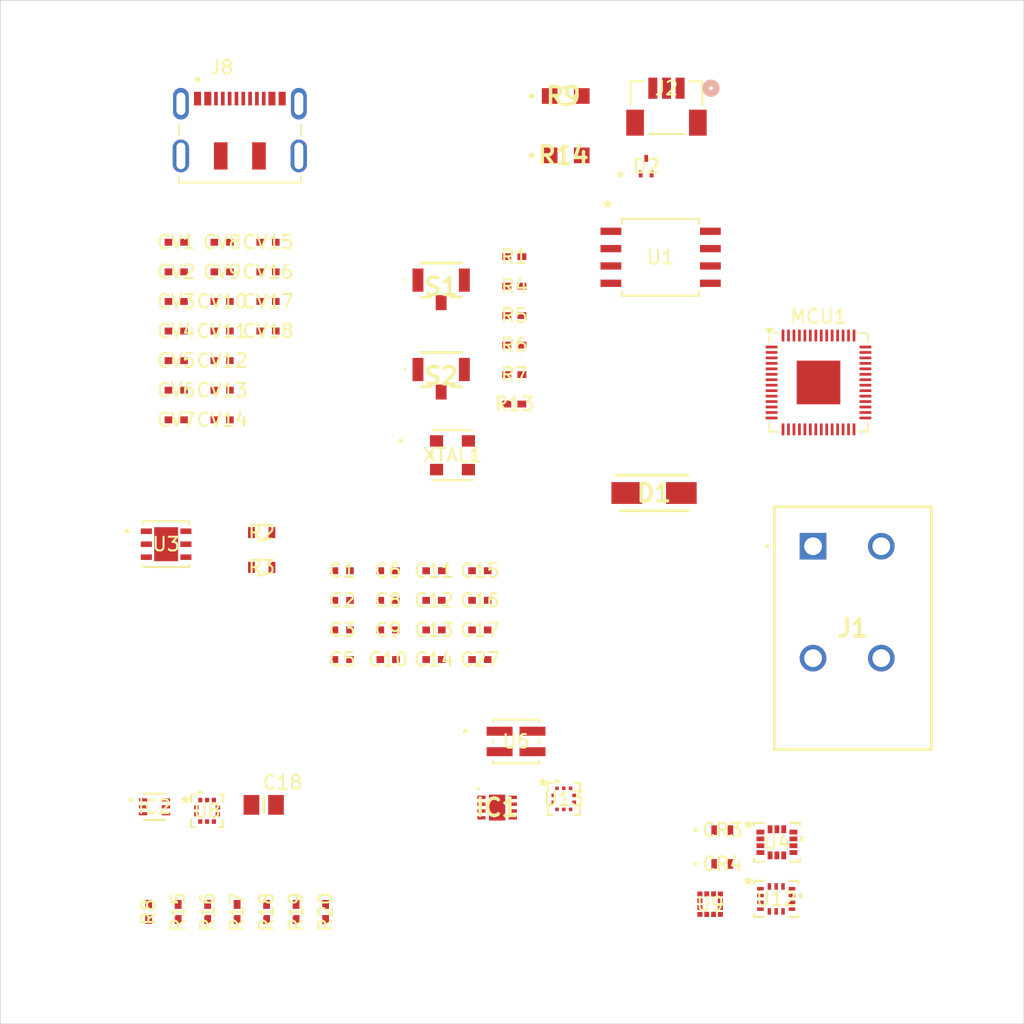
<source format=kicad_pcb>
(kicad_pcb (version 20240108) (generator "pcbnew") (generator_version "8.0")
  (layers (0 "F.Cu" signal) (1 "In1.Cu" signal) (2 "In2.Cu" signal) (31 "B.Cu" signal) (34 "B.Paste" user) (35 "F.Paste" user) (36 "B.SilkS" user "B.Silkscreen") (37 "F.SilkS" user "F.Silkscreen") (38 "B.Mask" user) (39 "F.Mask" user) (44 "Edge.Cuts" user))
  (net 0 "")
  (net 1 "/RP2040 Standard/GPIO28")
  (net 2 "/RP2040 Standard/GPIO27")
  (net 3 "/RP2040 Standard/GP0{slash}UART0 TX")
  (net 4 "/RP2040 Standard/GP26_ADC0")
  (net 5 "/SPI0_SCK")
  (net 6 "/IMU1 RDY1")
  (net 7 "/RP2040 Standard/MCU QSPI_SD2")
  (net 8 "/SDA I2C")
  (net 9 "/SPI0_MISO")
  (net 10 "/SPI0_MOSI")
  (net 11 "/RP2040 Standard/GP1{slash}UART0 RX")
  (net 12 "+3.3V")
  (net 13 "CRYSTAL")
  (net 14 "/IMU2 RDY")
  (net 15 "/RP2040 Standard/GP5{slash}UART1 RX")
  (net 16 "GND")
  (net 17 "/BAR1 SPI0_~{CS}")
  (net 18 "/RP2040 Standard/GP4{slash}UART1 TX")
  (net 19 "/BAR1_RDY")
  (net 20 "Net-(MCU1-SWCLK)")
  (net 21 "/RP2040 Standard/MCU QSPI_SD0")
  (net 22 "/SPI1_SCK")
  (net 23 "/SCL I2C")
  (net 24 "/SPI1_MOSI")
  (net 25 "/RP2040 Standard/MCU QSPI_SS")
  (net 26 "/RP2040 Standard/MCU QSPI_SD1")
  (net 27 "Net-(MCU1-VREG_VOUT)")
  (net 29 "/RP2040 Standard/MCU QSPI_SCLK")
  (net 30 "/IMU1 SPI0_~{CS}")
  (net 31 "Net-(IC1-ALERT)")
  (net 32 "/MAG SPI1_~{CS}")
  (net 33 "/IMU2 SPI1_~{CS}")
  (net 34 "/RP2040 Standard/MCU QSPI_SD3")
  (net 35 "Net-(MCU1-RUN)")
  (net 36 "Net-(IC2-E2)")
  (net 37 "/BAR2 RDY")
  (net 38 "/IMU1 RDY2")
  (net 39 "/BAR2 SPI1_~{CS}")
  (net 40 "Net-(MCU1-USB_DM)")
  (net 41 "Net-(MCU1-USB_DP)")
  (net 42 "/Status Red")
  (net 43 "/SPI1_MISO")
  (net 44 "/Status Green")
  (net 45 "/RP2040 Standard/GP3{slash}UART0 RTS")
  (net 46 "Net-(MCU1-SWD)")
  (net 47 "/RP2040 Standard/GP2{slash}UART0 CTS")
  (net 48 "+5V")
  (net 49 "Net-(IC2-E1)")
  (net 50 "Net-(D1-A)")
  (net 51 "Net-(J2-Pad1)")
  (net 52 "Net-(J2-Pad3)")
  (net 56 "/RP2040 Standard/USB_DM")
  (net 57 "/RP2040 Standard/USB_DP")
  (net 59 "Net-(U9-C1)")
  (net 66 "Net-(XTAL1-TRI-STATE(STBY))")
  (net 67 "Net-(J8-CC1)")
  (net 68 "Net-(J8-CC2)")
  (net 69 "/RP2040 Standard/~{RST}")
  (net 70 "/RP2040 Standard/~{USB_BOOT}")
  (net 74 "Net-(CR4-Pad1)")
  (net 75 "Net-(CR3-Pad1)")
  (net 84 "/Humidity ALERT")
  (net 85 "Net-(U6-A_Green)")
  (net 86 "Net-(U6-A_Red)")
  (footprint "Capacitor-0402:Capacitor_0402" (layer "F.Cu") (at 103.4122 76.1632)
    (property "Reference" "C8" (at 0 0 0) (layer "F.SilkS"))
    (property "Value" "100nF")
    (pad "1" smd rect (at -0.5715 0) (size 0.5588 0.508) (layers "F.Cu" "F.Paste" "F.Mask") (net 16 "GND"))
    (pad "2" smd rect (at 0.5715 0) (size 0.5588 0.508) (layers "F.Cu" "F.Paste" "F.Mask") (net 12 "+3.3V"))
  )
  (footprint "Package_DFN_QFN:QFN-56-1EP_7x7mm_P0.4mm_EP3.2x3.2mm" (layer "F.Cu") (at 134.95 60.2)
    (property "Reference" "MCU1" (at 0 -4.83 0) (layer "F.SilkS"))
    (property "Value" "RP2040")
    (pad "1" smd roundrect (at -3.4375 -2.6) (size 0.875 0.2) (layers "F.Cu" "F.Paste" "F.Mask") (net 12 "+3.3V"))
    (pad "2" smd roundrect (at -3.4375 -2.2) (size 0.875 0.2) (layers "F.Cu" "F.Paste" "F.Mask") (net 3 "/RP2040 Standard/GP0{slash}UART0 TX"))
    (pad "3" smd roundrect (at -3.4375 -1.8) (size 0.875 0.2) (layers "F.Cu" "F.Paste" "F.Mask") (net 11 "/RP2040 Standard/GP1{slash}UART0 RX"))
    (pad "4" smd roundrect (at -3.4375 -1.4) (size 0.875 0.2) (layers "F.Cu" "F.Paste" "F.Mask") (net 47 "/RP2040 Standard/GP2{slash}UART0 CTS"))
    (pad "5" smd roundrect (at -3.4375 -1) (size 0.875 0.2) (layers "F.Cu" "F.Paste" "F.Mask") (net 45 "/RP2040 Standard/GP3{slash}UART0 RTS"))
    (pad "6" smd roundrect (at -3.4375 -0.6) (size 0.875 0.2) (layers "F.Cu" "F.Paste" "F.Mask") (net 18 "/RP2040 Standard/GP4{slash}UART1 TX"))
    (pad "7" smd roundrect (at -3.4375 -0.2) (size 0.875 0.2) (layers "F.Cu" "F.Paste" "F.Mask") (net 15 "/RP2040 Standard/GP5{slash}UART1 RX"))
    (pad "8" smd roundrect (at -3.4375 0.2) (size 0.875 0.2) (layers "F.Cu" "F.Paste" "F.Mask") (net 37 "/BAR2 RDY"))
    (pad "9" smd roundrect (at -3.4375 0.6) (size 0.875 0.2) (layers "F.Cu" "F.Paste" "F.Mask") (net 14 "/IMU2 RDY"))
    (pad "10" smd roundrect (at -3.4375 1) (size 0.875 0.2) (layers "F.Cu" "F.Paste" "F.Mask") (net 12 "+3.3V"))
    (pad "11" smd roundrect (at -3.4375 1.4) (size 0.875 0.2) (layers "F.Cu" "F.Paste" "F.Mask") (net 43 "/SPI1_MISO"))
    (pad "12" smd roundrect (at -3.4375 1.8) (size 0.875 0.2) (layers "F.Cu" "F.Paste" "F.Mask") (net 39 "/BAR2 SPI1_~{CS}"))
    (pad "13" smd roundrect (at -3.4375 2.2) (size 0.875 0.2) (layers "F.Cu" "F.Paste" "F.Mask") (net 22 "/SPI1_SCK"))
    (pad "14" smd roundrect (at -3.4375 2.6) (size 0.875 0.2) (layers "F.Cu" "F.Paste" "F.Mask") (net 24 "/SPI1_MOSI"))
    (pad "15" smd roundrect (at -2.6 3.4375) (size 0.2 0.875) (layers "F.Cu" "F.Paste" "F.Mask") (net 84 "/Humidity ALERT"))
    (pad "16" smd roundrect (at -2.2 3.4375) (size 0.2 0.875) (layers "F.Cu" "F.Paste" "F.Mask") (net 32 "/MAG SPI1_~{CS}"))
    (pad "17" smd roundrect (at -1.8 3.4375) (size 0.2 0.875) (layers "F.Cu" "F.Paste" "F.Mask") (net 8 "/SDA I2C"))
    (pad "18" smd roundrect (at -1.4 3.4375) (size 0.2 0.875) (layers "F.Cu" "F.Paste" "F.Mask") (net 23 "/SCL I2C"))
    (pad "19" smd roundrect (at -1 3.4375) (size 0.2 0.875) (layers "F.Cu" "F.Paste" "F.Mask") (net 16 "GND"))
    (pad "20" smd roundrect (at -0.6 3.4375) (size 0.2 0.875) (layers "F.Cu" "F.Paste" "F.Mask") (net 13 "CRYSTAL"))
    (pad "21" smd roundrect (at -0.2 3.4375) (size 0.2 0.875) (layers "F.Cu" "F.Paste" "F.Mask"))
    (pad "22" smd roundrect (at 0.2 3.4375) (size 0.2 0.875) (layers "F.Cu" "F.Paste" "F.Mask") (net 12 "+3.3V"))
    (pad "23" smd roundrect (at 0.6 3.4375) (size 0.2 0.875) (layers "F.Cu" "F.Paste" "F.Mask") (net 27 "Net-(MCU1-VREG_VOUT)"))
    (pad "24" smd roundrect (at 1 3.4375) (size 0.2 0.875) (layers "F.Cu" "F.Paste" "F.Mask") (net 20 "Net-(MCU1-SWCLK)"))
    (pad "25" smd roundrect (at 1.4 3.4375) (size 0.2 0.875) (layers "F.Cu" "F.Paste" "F.Mask") (net 46 "Net-(MCU1-SWD)"))
    (pad "26" smd roundrect (at 1.8 3.4375) (size 0.2 0.875) (layers "F.Cu" "F.Paste" "F.Mask") (net 35 "Net-(MCU1-RUN)"))
    (pad "27" smd roundrect (at 2.2 3.4375) (size 0.2 0.875) (layers "F.Cu" "F.Paste" "F.Mask") (net 9 "/SPI0_MISO"))
    (pad "28" smd roundrect (at 2.6 3.4375) (size 0.2 0.875) (layers "F.Cu" "F.Paste" "F.Mask") (net 30 "/IMU1 SPI0_~{CS}"))
    (pad "29" smd roundrect (at 3.4375 2.6) (size 0.875 0.2) (layers "F.Cu" "F.Paste" "F.Mask") (net 5 "/SPI0_SCK"))
    (pad "30" smd roundrect (at 3.4375 2.2) (size 0.875 0.2) (layers "F.Cu" "F.Paste" "F.Mask") (net 10 "/SPI0_MOSI"))
    (pad "31" smd roundrect (at 3.4375 1.8) (size 0.875 0.2) (layers "F.Cu" "F.Paste" "F.Mask") (net 38 "/IMU1 RDY2"))
    (pad "32" smd roundrect (at 3.4375 1.4) (size 0.875 0.2) (layers "F.Cu" "F.Paste" "F.Mask") (net 17 "/BAR1 SPI0_~{CS}"))
    (pad "33" smd roundrect (at 3.4375 1) (size 0.875 0.2) (layers "F.Cu" "F.Paste" "F.Mask") (net 12 "+3.3V"))
    (pad "34" smd roundrect (at 3.4375 0.6) (size 0.875 0.2) (layers "F.Cu" "F.Paste" "F.Mask") (net 6 "/IMU1 RDY1"))
    (pad "35" smd roundrect (at 3.4375 0.2) (size 0.875 0.2) (layers "F.Cu" "F.Paste" "F.Mask") (net 19 "/BAR1_RDY"))
    (pad "36" smd roundrect (at 3.4375 -0.2) (size 0.875 0.2) (layers "F.Cu" "F.Paste" "F.Mask") (net 44 "/Status Green"))
    (pad "37" smd roundrect (at 3.4375 -0.6) (size 0.875 0.2) (layers "F.Cu" "F.Paste" "F.Mask") (net 42 "/Status Red"))
    (pad "38" smd roundrect (at 3.4375 -1) (size 0.875 0.2) (layers "F.Cu" "F.Paste" "F.Mask") (net 4 "/RP2040 Standard/GP26_ADC0"))
    (pad "39" smd roundrect (at 3.4375 -1.4) (size 0.875 0.2) (layers "F.Cu" "F.Paste" "F.Mask") (net 2 "/RP2040 Standard/GPIO27"))
    (pad "40" smd roundrect (at 3.4375 -1.8) (size 0.875 0.2) (layers "F.Cu" "F.Paste" "F.Mask") (net 1 "/RP2040 Standard/GPIO28"))
    (pad "41" smd roundrect (at 3.4375 -2.2) (size 0.875 0.2) (layers "F.Cu" "F.Paste" "F.Mask") (net 33 "/IMU2 SPI1_~{CS}"))
    (pad "42" smd roundrect (at 3.4375 -2.6) (size 0.875 0.2) (layers "F.Cu" "F.Paste" "F.Mask") (net 12 "+3.3V"))
    (pad "43" smd roundrect (at 2.6 -3.4375) (size 0.2 0.875) (layers "F.Cu" "F.Paste" "F.Mask") (net 12 "+3.3V"))
    (pad "44" smd roundrect (at 2.2 -3.4375) (size 0.2 0.875) (layers "F.Cu" "F.Paste" "F.Mask") (net 12 "+3.3V"))
    (pad "45" smd roundrect (at 1.8 -3.4375) (size 0.2 0.875) (layers "F.Cu" "F.Paste" "F.Mask") (net 27 "Net-(MCU1-VREG_VOUT)"))
    (pad "46" smd roundrect (at 1.4 -3.4375) (size 0.2 0.875) (layers "F.Cu" "F.Paste" "F.Mask") (net 40 "Net-(MCU1-USB_DM)"))
    (pad "47" smd roundrect (at 1 -3.4375) (size 0.2 0.875) (layers "F.Cu" "F.Paste" "F.Mask") (net 41 "Net-(MCU1-USB_DP)"))
    (pad "48" smd roundrect (at 0.6 -3.4375) (size 0.2 0.875) (layers "F.Cu" "F.Paste" "F.Mask") (net 12 "+3.3V"))
    (pad "49" smd roundrect (at 0.2 -3.4375) (size 0.2 0.875) (layers "F.Cu" "F.Paste" "F.Mask") (net 12 "+3.3V"))
    (pad "50" smd roundrect (at -0.2 -3.4375) (size 0.2 0.875) (layers "F.Cu" "F.Paste" "F.Mask") (net 27 "Net-(MCU1-VREG_VOUT)"))
    (pad "51" smd roundrect (at -0.6 -3.4375) (size 0.2 0.875) (layers "F.Cu" "F.Paste" "F.Mask") (net 34 "/RP2040 Standard/MCU QSPI_SD3"))
    (pad "52" smd roundrect (at -1 -3.4375) (size 0.2 0.875) (layers "F.Cu" "F.Paste" "F.Mask") (net 29 "/RP2040 Standard/MCU QSPI_SCLK"))
    (pad "53" smd roundrect (at -1.4 -3.4375) (size 0.2 0.875) (layers "F.Cu" "F.Paste" "F.Mask") (net 21 "/RP2040 Standard/MCU QSPI_SD0"))
    (pad "54" smd roundrect (at -1.8 -3.4375) (size 0.2 0.875) (layers "F.Cu" "F.Paste" "F.Mask") (net 7 "/RP2040 Standard/MCU QSPI_SD2"))
    (pad "55" smd roundrect (at -2.2 -3.4375) (size 0.2 0.875) (layers "F.Cu" "F.Paste" "F.Mask") (net 26 "/RP2040 Standard/MCU QSPI_SD1"))
    (pad "56" smd roundrect (at -2.6 -3.4375) (size 0.2 0.875) (layers "F.Cu" "F.Paste" "F.Mask") (net 25 "/RP2040 Standard/MCU QSPI_SS"))
    (pad "57" smd rect (at 0 0) (size 3.2 3.2) (property pad_prop_heatsink) (layers "F.Cu" "F.Mask") (net 16 "GND"))
  )
  (footprint "Capacitor-0402:Capacitor_0402" (layer "F.Cu") (at 94.6122 56.4316)
    (property "Reference" "CV18" (at 0 0 0) (layer "F.SilkS"))
    (property "Value" "100nF")
    (pad "1" smd rect (at -0.5715 0) (size 0.5588 0.508) (layers "F.Cu" "F.Paste" "F.Mask") (net 12 "+3.3V"))
    (pad "2" smd rect (at 0.5715 0) (size 0.5588 0.508) (layers "F.Cu" "F.Paste" "F.Mask") (net 16 "GND"))
  )
  (footprint "Resistor-0402:RES_0402" (layer "F.Cu") (at 112.660799 61.7822)
    (property "Reference" "R13" (at 0 0 0) (layer "F.SilkS"))
    (property "Value" "1k")
    (pad "1" smd rect (at -0.552799 0) (size 0.655599 0.499999) (layers "F.Cu" "F.Paste" "F.Mask") (net 70 "/RP2040 Standard/~{USB_BOOT}"))
    (pad "2" smd rect (at 0.552799 0) (size 0.655599 0.499999) (layers "F.Cu" "F.Paste" "F.Mask") (net 25 "/RP2040 Standard/MCU QSPI_SS"))
  )
  (footprint "2 PNP:SOT-563_1P3X1P7_ONS" (layer "F.Cu") (at 86.2946 91.2934)
    (property "Reference" "IC2" (at 0 0 0) (layer "F.SilkS"))
    (property "Value" "NSVT30010MXV6T1G")
    (pad "1" smd rect (at -0.8382 -0.508) (size 0.6096 0.2286) (layers "F.Cu" "F.Paste" "F.Mask") (net 36 "Net-(IC2-E2)"))
    (pad "2" smd rect (at -0.8382 0) (size 0.6096 0.2286) (layers "F.Cu" "F.Paste" "F.Mask") (net 44 "/Status Green"))
    (pad "3" smd rect (at -0.8382 0.508) (size 0.6096 0.2286) (layers "F.Cu" "F.Paste" "F.Mask") (net 16 "GND"))
    (pad "4" smd rect (at 0.8382 0.508) (size 0.6096 0.2286) (layers "F.Cu" "F.Paste" "F.Mask") (net 49 "Net-(IC2-E1)"))
    (pad "5" smd rect (at 0.8382 0) (size 0.6096 0.2286) (layers "F.Cu" "F.Paste" "F.Mask") (net 42 "/Status Red"))
    (pad "6" smd rect (at 0.8382 -0.508) (size 0.6096 0.2286) (layers "F.Cu" "F.Paste" "F.Mask") (net 16 "GND"))
  )
  (footprint "LED-Yellow_VLMY1300-GS08:LED_VISHAY_VLMX1300_VIS" (layer "F.Cu") (at 127.899399 93.0047)
    (property "Reference" "CR3" (at 0 0 0) (layer "F.SilkS"))
    (property "Value" "VLMY1300-GS08")
    (pad "1" smd rect (at -0.5969 0) (size 0.4064 0.7112) (layers "F.Cu" "F.Paste" "F.Mask") (net 75 "Net-(CR3-Pad1)"))
    (pad "2" smd rect (at 0.5969 0) (size 0.4064 0.7112) (layers "F.Cu" "F.Paste" "F.Mask") (net 48 "+5V"))
  )
  (footprint "Capacitor-0402:Capacitor_0402" (layer "F.Cu") (at 91.25 56.4316)
    (property "Reference" "CV11" (at 0 0 0) (layer "F.SilkS"))
    (property "Value" "100nF")
    (pad "1" smd rect (at -0.5715 0) (size 0.5588 0.508) (layers "F.Cu" "F.Paste" "F.Mask") (net 12 "+3.3V"))
    (pad "2" smd rect (at 0.5715 0) (size 0.5588 0.508) (layers "F.Cu" "F.Paste" "F.Mask") (net 16 "GND"))
  )
  (footprint "ESD7L5-Diode:SOT-723_0P85X1P25_ONS" (layer "F.Cu") (at 122.3215 44.35)
    (property "Reference" "U2" (at 0 0 0) (layer "F.SilkS"))
    (property "Value" "ESD7L5.0DT5G")
    (pad "1" smd rect (at -0.399999 0.5715) (size 0.2794 0.508) (layers "F.Cu" "F.Paste" "F.Mask") (net 56 "/RP2040 Standard/USB_DM"))
    (pad "2" smd rect (at 0.399999 0.5715) (size 0.2794 0.508) (layers "F.Cu" "F.Paste" "F.Mask") (net 57 "/RP2040 Standard/USB_DP"))
    (pad "3" smd rect (at 0 -0.5715) (size 0.2794 0.508) (layers "F.Cu" "F.Paste" "F.Mask") (net 16 "GND"))
  )
  (footprint "Resistor-0402:RES_0402" (layer "F.Cu") (at 112.660799 53.1406)
    (property "Reference" "R4" (at 0 0 0) (layer "F.SilkS"))
    (property "Value" "100")
    (pad "1" smd rect (at -0.552799 0) (size 0.655599 0.499999) (layers "F.Cu" "F.Paste" "F.Mask") (net 51 "Net-(J2-Pad1)"))
    (pad "2" smd rect (at 0.552799 0) (size 0.655599 0.499999) (layers "F.Cu" "F.Paste" "F.Mask") (net 20 "Net-(MCU1-SWCLK)"))
  )
  (footprint "Capacitor-0402:Capacitor_0402" (layer "F.Cu") (at 94.6122 54.2632)
    (property "Reference" "CV17" (at 0 0 0) (layer "F.SilkS"))
    (property "Value" "1uF")
    (pad "1" smd rect (at -0.5715 0) (size 0.5588 0.508) (layers "F.Cu" "F.Paste" "F.Mask") (net 16 "GND"))
    (pad "2" smd rect (at 0.5715 0) (size 0.5588 0.508) (layers "F.Cu" "F.Paste" "F.Mask") (net 48 "+5V"))
  )
  (footprint "AS12MHz:ASE-3.2X2.5_ABR" (layer "F.Cu") (at 108.1296 65.532)
    (property "Reference" "XTAL1" (at 0 0 0) (layer "F.SilkS"))
    (property "Value" "ASE-12.000MHZ-LC-T")
    (pad "1" smd rect (at -1.1684 -1.05) (size 0.9652 0.8382) (layers "F.Cu" "F.Paste" "F.Mask") (net 66 "Net-(XTAL1-TRI-STATE(STBY))"))
    (pad "2" smd rect (at -1.1684 1.05) (size 0.9652 0.8382) (layers "F.Cu" "F.Paste" "F.Mask") (net 16 "GND"))
    (pad "3" smd rect (at 1.1684 1.05) (size 0.9652 0.8382) (layers "F.Cu" "F.Paste" "F.Mask") (net 13 "CRYSTAL"))
    (pad "4" smd rect (at 1.1684 -1.05) (size 0.9652 0.8382) (layers "F.Cu" "F.Paste" "F.Mask") (net 12 "+3.3V"))
  )
  (footprint "Capacitor-0402:Capacitor_0402" (layer "F.Cu") (at 103.4122 80.5)
    (property "Reference" "C10" (at 0 0 0) (layer "F.SilkS"))
    (property "Value" "100nF")
    (pad "1" smd rect (at -0.5715 0) (size 0.5588 0.508) (layers "F.Cu" "F.Paste" "F.Mask") (net 12 "+3.3V"))
    (pad "2" smd rect (at 0.5715 0) (size 0.5588 0.508) (layers "F.Cu" "F.Paste" "F.Mask") (net 16 "GND"))
  )
  (footprint "LED-Yellow_VLMY1300-GS08:LED_VISHAY_VLMX1300_VIS" (layer "F.Cu") (at 127.899399 95.4779)
    (property "Reference" "CR4" (at 0 0 0) (layer "F.SilkS"))
    (property "Value" "VLMY1300-GS08")
    (pad "1" smd rect (at -0.5969 0) (size 0.4064 0.7112) (layers "F.Cu" "F.Paste" "F.Mask") (net 74 "Net-(CR4-Pad1)"))
    (pad "2" smd rect (at 0.5969 0) (size 0.4064 0.7112) (layers "F.Cu" "F.Paste" "F.Mask") (net 12 "+3.3V"))
  )
  (footprint "Capacitor-0402:Capacitor_0402" (layer "F.Cu") (at 87.8878 58.6)
    (property "Reference" "CV5" (at 0 0 0) (layer "F.SilkS"))
    (property "Value" "100nF")
    (pad "1" smd rect (at -0.5715 0) (size 0.5588 0.508) (layers "F.Cu" "F.Paste" "F.Mask") (net 12 "+3.3V"))
    (pad "2" smd rect (at 0.5715 0) (size 0.5588 0.508) (layers "F.Cu" "F.Paste" "F.Mask") (net 16 "GND"))
  )
  (footprint "BARO LPS22DFTR:QFN_22DFTR_STM" (layer "F.Cu") (at 90.1493 91.5855)
    (property "Reference" "U8" (at 0 0 0) (layer "F.SilkS"))
    (property "Value" "LPS22DFTR")
    (fp_text user "*" (at -1.5875 -0.500126 0) (layer "F.SilkS"))
    (fp_text user "*" (at -1.5875 -0.500126 0) (layer "F.SilkS"))
    (pad "1" smd rect (at -0.7874 -0.250063 90) (size 0.3048 0.3302) (layers "F.Cu" "F.Paste" "F.Mask") (net 12 "+3.3V"))
    (pad "2" smd rect (at -0.7874 0.250063 90) (size 0.3048 0.3302) (layers "F.Cu" "F.Paste" "F.Mask") (net 5 "/SPI0_SCK"))
    (pad "3" smd rect (at -0.500126 0.7874) (size 0.3048 0.3302) (layers "F.Cu" "F.Paste" "F.Mask") (net 16 "GND"))
    (pad "4" smd rect (at 0 0.7874) (size 0.3048 0.3302) (layers "F.Cu" "F.Paste" "F.Mask") (net 10 "/SPI0_MOSI"))
    (pad "5" smd rect (at 0.500126 0.7874) (size 0.3048 0.3302) (layers "F.Cu" "F.Paste" "F.Mask") (net 9 "/SPI0_MISO"))
    (pad "6" smd rect (at 0.7874 0.250063 90) (size 0.3048 0.3302) (layers "F.Cu" "F.Paste" "F.Mask") (net 17 "/BAR1 SPI0_~{CS}"))
    (pad "7" smd rect (at 0.7874 -0.250063 90) (size 0.3048 0.3302) (layers "F.Cu" "F.Paste" "F.Mask") (net 19 "/BAR1_RDY"))
    (pad "8" smd rect (at 0.500126 -0.7874) (size 0.3048 0.3302) (layers "F.Cu" "F.Paste" "F.Mask") (net 16 "GND"))
    (pad "9" smd rect (at 0 -0.7874) (size 0.3048 0.3302) (layers "F.Cu" "F.Paste" "F.Mask") (net 16 "GND"))
    (pad "10" smd rect (at -0.500126 -0.7874) (size 0.3048 0.3302) (layers "F.Cu" "F.Paste" "F.Mask") (net 12 "+3.3V"))
  )
  (footprint "Resistor-0402:RES_0402" (layer "F.Cu") (at 112.660799 59.6218)
    (property "Reference" "R7" (at 0 0 0) (layer "F.SilkS"))
    (property "Value" "10k")
    (pad "1" smd rect (at -0.552799 0) (size 0.655599 0.499999) (layers "F.Cu" "F.Paste" "F.Mask") (net 66 "Net-(XTAL1-TRI-STATE(STBY))"))
    (pad "2" smd rect (at 0.552799 0) (size 0.655599 0.499999) (layers "F.Cu" "F.Paste" "F.Mask") (net 12 "+3.3V"))
  )
  (footprint "Capacitor-0402:Capacitor_0402" (layer "F.Cu") (at 106.7744 78.3316)
    (property "Reference" "C13" (at 0 0 0) (layer "F.SilkS"))
    (property "Value" "100nF")
    (pad "1" smd rect (at -0.5715 0) (size 0.5588 0.508) (layers "F.Cu" "F.Paste" "F.Mask") (net 16 "GND"))
    (pad "2" smd rect (at 0.5715 0) (size 0.5588 0.508) (layers "F.Cu" "F.Paste" "F.Mask") (net 12 "+3.3V"))
  )
  (footprint "Capacitor-0402:Capacitor_0402" (layer "F.Cu") (at 87.8878 54.2632)
    (property "Reference" "CV3" (at 0 0 0) (layer "F.SilkS"))
    (property "Value" "1uF")
    (pad "1" smd rect (at -0.5715 0) (size 0.5588 0.508) (layers "F.Cu" "F.Paste" "F.Mask") (net 27 "Net-(MCU1-VREG_VOUT)"))
    (pad "2" smd rect (at 0.5715 0) (size 0.5588 0.508) (layers "F.Cu" "F.Paste" "F.Mask") (net 16 "GND"))
  )
  (footprint "Capacitor-0402:Capacitor_0402" (layer "F.Cu") (at 103.4122 73.9948)
    (property "Reference" "C6" (at 0 0 0) (layer "F.SilkS"))
    (property "Value" "100nF")
    (pad "1" smd rect (at -0.5715 0) (size 0.5588 0.508) (layers "F.Cu" "F.Paste" "F.Mask") (net 12 "+3.3V"))
    (pad "2" smd rect (at 0.5715 0) (size 0.5588 0.508) (layers "F.Cu" "F.Paste" "F.Mask") (net 16 "GND"))
  )
  (footprint "Capacitor-0402:Capacitor_0402" (layer "F.Cu") (at 87.8878 52.0948)
    (property "Reference" "CV2" (at 0 0 0) (layer "F.SilkS"))
    (property "Value" "100nF")
    (pad "1" smd rect (at -0.5715 0) (size 0.5588 0.508) (layers "F.Cu" "F.Paste" "F.Mask") (net 16 "GND"))
    (pad "2" smd rect (at 0.5715 0) (size 0.5588 0.508) (layers "F.Cu" "F.Paste" "F.Mask") (net 27 "Net-(MCU1-VREG_VOUT)"))
  )
  (footprint "LDO ST1L05A:DFN_5APU33R_STM" (layer "F.Cu") (at 87.1478 72.049999)
    (property "Reference" "U3" (at 0 0 0) (layer "F.SilkS"))
    (property "Value" "ST1L05APU33R")
    (pad "1" smd rect (at -1.4478 -0.950001) (size 0.8128 0.4064) (layers "F.Cu" "F.Paste" "F.Mask"))
    (pad "2" smd rect (at -1.4478 0) (size 0.8128 0.4064) (layers "F.Cu" "F.Paste" "F.Mask") (net 12 "+3.3V"))
    (pad "3" smd rect (at -1.4478 0.950001) (size 0.8128 0.4064) (layers "F.Cu" "F.Paste" "F.Mask") (net 48 "+5V"))
    (pad "4" smd rect (at 1.4478 0.950001) (size 0.8128 0.4064) (layers "F.Cu" "F.Paste" "F.Mask"))
    (pad "5" smd rect (at 1.4478 0) (size 0.8128 0.4064) (layers "F.Cu" "F.Paste" "F.Mask"))
    (pad "6" smd rect (at 1.4478 -0.950001) (size 0.8128 0.4064) (layers "F.Cu" "F.Paste" "F.Mask") (net 16 "GND"))
    (pad "7" smd rect (at 0 0) (size 1.7526 2.4892) (layers "F.Cu" "F.Paste" "F.Mask") (net 16 "GND"))
  )
  (footprint "LPT Conn 2 Entradas:1190297" (layer "F.Cu") (at 134.55 72.2)
    (property "Reference" "J1" (at 2.92 6 0) (layer "F.SilkS") (effects (font (size 1.27 1.27) (thickness 0.254))))
    (property "Value" "1190297" (hide yes))
    (pad "1" thru_hole rect (at 0 0) (size 1.95 1.95) (drill 1.3) (layers "*.Cu" "*.Mask") (net 16 "GND"))
    (pad "2" thru_hole circle (at 0 8.2) (size 1.95 1.95) (drill 1.3) (layers "*.Cu" "*.Mask") (net 16 "GND"))
    (pad "3" thru_hole circle (at 5 0) (size 1.95 1.95) (drill 1.3) (layers "*.Cu" "*.Mask") (net 48 "+5V"))
    (pad "4" thru_hole circle (at 5 8.2) (size 1.95 1.95) (drill 1.3) (layers "*.Cu" "*.Mask") (net 48 "+5V"))
  )
  (footprint "Capacitor-0402:Capacitor_0402" (layer "F.Cu") (at 110.1366 76.1632)
    (property "Reference" "C16" (at 0 0 0) (layer "F.SilkS"))
    (property "Value" "100nF")
    (pad "1" smd rect (at -0.5715 0) (size 0.5588 0.508) (layers "F.Cu" "F.Paste" "F.Mask") (net 12 "+3.3V"))
    (pad "2" smd rect (at 0.5715 0) (size 0.5588 0.508) (layers "F.Cu" "F.Paste" "F.Mask") (net 16 "GND"))
  )
  (footprint "Resistor-0603:RES_0603" (layer "F.Cu") (at 94.15 73.7494)
    (property "Reference" "R3" (at 0 0 0) (layer "F.SilkS"))
    (property "Value" "27")
    (pad "1" smd rect (at -0.75 0) (size 0.5 0.8128) (layers "F.Cu" "F.Paste" "F.Mask") (net 56 "/RP2040 Standard/USB_DM"))
    (pad "2" smd rect (at 0.75 0) (size 0.5 0.8128) (layers "F.Cu" "F.Paste" "F.Mask") (net 40 "Net-(MCU1-USB_DM)"))
  )
  (footprint "Resistor-0402:RES_0402" (layer "F.Cu") (at 90.1896 98.997201 90)
    (property "Reference" "R16" (at 0 0 90) (layer "F.SilkS"))
    (property "Value" "150")
    (pad "1" smd rect (at -0.552799 0 90) (size 0.655599 0.499999) (layers "F.Cu" "F.Paste" "F.Mask") (net 16 "GND"))
    (pad "2" smd rect (at 0.552799 0 90) (size 0.655599 0.499999) (layers "F.Cu" "F.Paste" "F.Mask") (net 75 "Net-(CR3-Pad1)"))
  )
  (footprint "Capacitor-0402:Capacitor_0402" (layer "F.Cu") (at 91.25 60.7684)
    (property "Reference" "CV13" (at 0 0 0) (layer "F.SilkS"))
    (property "Value" "1uF")
    (pad "1" smd rect (at -0.5715 0) (size 0.5588 0.508) (layers "F.Cu" "F.Paste" "F.Mask") (net 12 "+3.3V"))
    (pad "2" smd rect (at 0.5715 0) (size 0.5588 0.508) (layers "F.Cu" "F.Paste" "F.Mask") (net 16 "GND"))
  )
  (footprint "HDC3022QDEJRQ1:HDC3022QDEJRQ1" (layer "F.Cu") (at 111.4 91.35)
    (property "Reference" "IC1" (at 0 0 0) (layer "F.SilkS") (effects (font (size 1.27 1.27) (thickness 0.254))))
    (property "Value" "HDC3022QDEJRQ1" (hide yes))
    (pad "1" smd rect (at -1.15 -0.75 90) (size 0.25 0.6) (layers "F.Cu" "F.Paste" "F.Mask") (net 23 "/SCL I2C"))
    (pad "2" smd rect (at -1.15 -0.25 90) (size 0.25 0.6) (layers "F.Cu" "F.Paste" "F.Mask") (net 16 "GND"))
    (pad "3" smd rect (at -1.15 0.25 90) (size 0.25 0.6) (layers "F.Cu" "F.Paste" "F.Mask") (net 31 "Net-(IC1-ALERT)"))
    (pad "4" smd rect (at -1.15 0.75 90) (size 0.25 0.6) (layers "F.Cu" "F.Paste" "F.Mask") (net 8 "/SDA I2C"))
    (pad "5" smd rect (at 1.15 0.75 90) (size 0.25 0.6) (layers "F.Cu" "F.Paste" "F.Mask") (net 12 "+3.3V"))
    (pad "6" smd rect (at 1.15 0.25 90) (size 0.25 0.6) (layers "F.Cu" "F.Paste" "F.Mask") (net 12 "+3.3V"))
    (pad "7" smd rect (at 1.15 -0.25 90) (size 0.25 0.6) (layers "F.Cu" "F.Paste" "F.Mask") (net 16 "GND"))
    (pad "8" smd rect (at 1.15 -0.75 90) (size 0.25 0.6) (layers "F.Cu" "F.Paste" "F.Mask") (net 16 "GND"))
    (pad "9" smd rect (at 0 0) (size 1.2 1.9) (layers "F.Cu" "F.Paste" "F.Mask") (net 16 "GND"))
  )
  (footprint "Capacitor-0402:Capacitor_0402" (layer "F.Cu") (at 94.6122 52.0948)
    (property "Reference" "CV16" (at 0 0 0) (layer "F.SilkS"))
    (property "Value" "4.7uF")
    (pad "1" smd rect (at -0.5715 0) (size 0.5588 0.508) (layers "F.Cu" "F.Paste" "F.Mask") (net 16 "GND"))
    (pad "2" smd rect (at 0.5715 0) (size 0.5588 0.508) (layers "F.Cu" "F.Paste" "F.Mask") (net 12 "+3.3V"))
  )
  (footprint "Diode-Schottky_RSX301L:DIOM5026X220N" (layer "F.Cu") (at 122.9 68.3)
    (property "Reference" "D1" (at 0 0 0) (layer "F.SilkS") (effects (font (size 1.27 1.27) (thickness 0.254))))
    (property "Value" "RSX301L" (hide yes))
    (pad "1" smd rect (at -2 0 90) (size 1.6 2.25) (layers "F.Cu" "F.Paste" "F.Mask") (net 48 "+5V"))
    (pad "2" smd rect (at 2 0 90) (size 1.6 2.25) (layers "F.Cu" "F.Paste" "F.Mask") (net 50 "Net-(D1-A)"))
  )
  (footprint "Resistor-0402:RES_0402" (layer "F.Cu") (at 85.8688 98.997201 90)
    (property "Reference" "R8" (at 0 0 90) (layer "F.SilkS"))
    (property "Value" "100")
    (pad "1" smd rect (at -0.552799 0 90) (size 0.655599 0.499999) (layers "F.Cu" "F.Paste" "F.Mask") (net 85 "Net-(U6-A_Green)"))
    (pad "2" smd rect (at 0.552799 0 90) (size 0.655599 0.499999) (layers "F.Cu" "F.Paste" "F.Mask") (net 36 "Net-(IC2-E2)"))
  )
  (footprint "Capacitor-0805:Capacitor_0805" (layer "F.Cu") (at 94.3 91.15)
    (property "Reference" "C18" (at 1.375 -1.635 0) (layer "F.SilkS"))
    (property "Value" "10uF")
    (pad "1" smd rect (at -0.9 0) (size 1.15 1.45) (layers "F.Cu" "F.Paste" "F.Mask") (net 12 "+3.3V"))
    (pad "2" smd rect (at 0.9 0) (size 1.15 1.45) (layers "F.Cu" "F.Paste" "F.Mask") (net 16 "GND"))
  )
  (footprint "IMU BMI323:BMI323_BOS" (layer "F.Cu") (at 131.849999 98.0421)
    (property "Reference" "U12" (at 0 0 0) (layer "F.SilkS"))
    (property "Value" "BMI323")
    (fp_text user "*" (at -2.032 -1 0) (layer "F.SilkS"))
    (fp_text user "*" (at -2.032 -1 0) (layer "F.SilkS"))
    (pad "1" smd rect (at -1.1557 -0.750001 90) (size 0.254 0.4826) (layers "F.Cu" "F.Paste" "F.Mask") (net 9 "/SPI0_MISO"))
    (pad "2" smd rect (at -1.1557 -0.25 90) (size 0.254 0.4826) (layers "F.Cu" "F.Paste" "F.Mask"))
    (pad "3" smd rect (at -1.1557 0.25 90) (size 0.254 0.4826) (layers "F.Cu" "F.Paste" "F.Mask"))
    (pad "4" smd rect (at -1.1557 0.750001 90) (size 0.254 0.4826) (layers "F.Cu" "F.Paste" "F.Mask") (net 6 "/IMU1 RDY1"))
    (pad "5" smd rect (at -0.499999 0.9144) (size 0.254 0.4826) (layers "F.Cu" "F.Paste" "F.Mask") (net 12 "+3.3V"))
    (pad "6" smd rect (at 0 0.9144) (size 0.254 0.4826) (layers "F.Cu" "F.Paste" "F.Mask") (net 16 "GND"))
    (pad "7" smd rect (at 0.499999 0.9144) (size 0.254 0.4826) (layers "F.Cu" "F.Paste" "F.Mask") (net 16 "GND"))
    (pad "8" smd rect (at 1.1557 0.750001 90) (size 0.254 0.4826) (layers "F.Cu" "F.Paste" "F.Mask") (net 12 "+3.3V"))
    (pad "9" smd rect (at 1.1557 0.25 90) (size 0.254 0.4826) (layers "F.Cu" "F.Paste" "F.Mask") (net 38 "/IMU1 RDY2"))
    (pad "10" smd rect (at 1.1557 -0.25 90) (size 0.254 0.4826) (layers "F.Cu" "F.Paste" "F.Mask"))
    (pad "11" smd rect (at 1.1557 -0.750001 90) (size 0.254 0.4826) (layers "F.Cu" "F.Paste" "F.Mask"))
    (pad "12" smd rect (at 0.499999 -0.9144) (size 0.254 0.4826) (layers "F.Cu" "F.Paste" "F.Mask") (net 30 "/IMU1 SPI0_~{CS}"))
    (pad "13" smd rect (at 0 -0.9144) (size 0.254 0.4826) (layers "F.Cu" "F.Paste" "F.Mask") (net 5 "/SPI0_SCK"))
    (pad "14" smd rect (at -0.499999 -0.9144) (size 0.254 0.4826) (layers "F.Cu" "F.Paste" "F.Mask") (net 10 "/SPI0_MOSI"))
  )
  (footprint "USBC-DX07S016JA1:JAE_DX07S016JA1R1500" (layer "F.Cu") (at 92.55 40.5)
    (property "Reference" "J8" (at -1.325 -3.385 0) (layer "F.SilkS"))
    (property "Value" "DX07S016JA1R1500")
    (fp_line (start 2.875 -0.315) (end 3.125 -0.315) (stroke (width 0.01)) (layer "Edge.Cuts"))
    (fp_line (start 3.125 0.315) (end 2.875 0.315) (stroke (width 0.01)) (layer "Edge.Cuts"))
    (fp_arc (start 2.56 0) (mid 2.652261 -0.222739) (end 2.875 -0.315) (stroke (width 0.01)) (layer "Edge.Cuts"))
    (fp_arc (start 2.875 0.315) (mid 2.652261 0.222739) (end 2.56 0) (stroke (width 0.01)) (layer "Edge.Cuts"))
    (fp_arc (start 3.125 -0.315) (mid 3.347739 -0.222739) (end 3.44 0) (stroke (width 0.01)) (layer "Edge.Cuts"))
    (fp_arc (start 3.44 0) (mid 3.347739 0.222739) (end 3.125 0.315) (stroke (width 0.01)) (layer "Edge.Cuts"))
    (pad "" np_thru_hole circle (at -3 0) (size 0.63 0.63) (drill 0.63) (layers "*.Cu" "*.Mask"))
    (pad "" np_thru_hole circle (at 3 0) (size 0.6 0.6) (drill 0.6) (layers "*.Cu" "*.Mask"))
    (pad "" np_thru_hole circle (at 3 0) (size 0.63 0.63) (drill 0.63) (layers "*.Cu" "*.Mask"))
    (pad "1" smd rect (at -3.1 -1.1) (size 0.52 1) (layers "F.Cu" "F.Paste" "F.Mask") (net 16 "GND"))
    (pad "2" smd rect (at -2.35 -1.1) (size 0.52 1) (layers "F.Cu" "F.Paste" "F.Mask") (net 50 "Net-(D1-A)"))
    (pad "3" smd rect (at -1.75 -1.1) (size 0.27 1) (layers "F.Cu" "F.Paste" "F.Mask") (net 67 "Net-(J8-CC1)"))
    (pad "4" smd rect (at -1.25 -1.1) (size 0.27 1) (layers "F.Cu" "F.Paste" "F.Mask"))
    (pad "5" smd rect (at -0.75 -1.1) (size 0.27 1) (layers "F.Cu" "F.Paste" "F.Mask") (net 56 "/RP2040 Standard/USB_DM"))
    (pad "6" smd rect (at -0.25 -1.1) (size 0.27 1) (layers "F.Cu" "F.Paste" "F.Mask") (net 57 "/RP2040 Standard/USB_DP"))
    (pad "7" smd rect (at 0.25 -1.1) (size 0.27 1) (layers "F.Cu" "F.Paste" "F.Mask") (net 57 "/RP2040 Standard/USB_DP"))
    (pad "8" smd rect (at 0.75 -1.1) (size 0.27 1) (layers "F.Cu" "F.Paste" "F.Mask") (net 56 "/RP2040 Standard/USB_DM"))
    (pad "9" smd rect (at 1.25 -1.1) (size 0.27 1) (layers "F.Cu" "F.Paste" "F.Mask") (net 68 "Net-(J8-CC2)"))
    (pad "10" smd rect (at 1.75 -1.1) (size 0.27 1) (layers "F.Cu" "F.Paste" "F.Mask"))
    (pad "11" smd rect (at 2.35 -1.1) (size 0.52 1) (layers "F.Cu" "F.Paste" "F.Mask") (net 50 "Net-(D1-A)"))
    (pad "12" smd rect (at 3.1 -1.1) (size 0.52 1) (layers "F.Cu" "F.Paste" "F.Mask") (net 16 "GND"))
    (pad "S1" smd rect (at -1.4 3.1) (size 1 2) (layers "F.Cu" "F.Paste" "F.Mask"))
    (pad "S2" smd rect (at 1.4 3.1) (size 1 2) (layers "F.Cu" "F.Paste" "F.Mask"))
    (pad "S3" thru_hole oval (at -4.32 -0.725) (size 1.158 2.316) (drill oval 0.65 1.65) (layers "*.Cu" "*.Mask"))
    (pad "S4" thru_hole oval (at 4.32 -0.725) (size 1.158 2.316) (drill oval 0.65 1.65) (layers "*.Cu" "*.Mask"))
    (pad "S5" thru_hole oval (at -4.32 3.1) (size 1.2 2.4) (drill oval 0.65 1.95) (layers "*.Cu" "*.Mask"))
    (pad "S6" thru_hole oval (at 4.32 3.1) (size 1.2 2.4) (drill oval 0.65 1.95) (layers "*.Cu" "*.Mask"))
  )
  (footprint "Capacitor-0402:Capacitor_0402" (layer "F.Cu") (at 91.25 62.9368)
    (property "Reference" "CV14" (at 0 0 0) (layer "F.SilkS"))
    (property "Value" "100nF")
    (pad "1" smd rect (at -0.5715 0) (size 0.5588 0.508) (layers "F.Cu" "F.Paste" "F.Mask") (net 12 "+3.3V"))
    (pad "2" smd rect (at 0.5715 0) (size 0.5588 0.508) (layers "F.Cu" "F.Paste" "F.Mask") (net 16 "GND"))
  )
  (footprint "Resistor-0402:RES_0402" (layer "F.Cu") (at 112.660799 50.9802)
    (property "Reference" "R1" (at 0 0 0) (layer "F.SilkS"))
    (property "Value" "1k")
    (pad "1" smd rect (at -0.552799 0) (size 0.655599 0.499999) (layers "F.Cu" "F.Paste" "F.Mask") (net 12 "+3.3V"))
    (pad "2" smd rect (at 0.552799 0) (size 0.655599 0.499999) (layers "F.Cu" "F.Paste" "F.Mask") (net 35 "Net-(MCU1-RUN)"))
  )
  (footprint "Capacitor-0402:Capacitor_0402" (layer "F.Cu") (at 87.8878 56.4316)
    (property "Reference" "CV4" (at 0 0 0) (layer "F.SilkS"))
    (property "Value" "100nF")
    (pad "1" smd rect (at -0.5715 0) (size 0.5588 0.508) (layers "F.Cu" "F.Paste" "F.Mask") (net 16 "GND"))
    (pad "2" smd rect (at 0.5715 0) (size 0.5588 0.508) (layers "F.Cu" "F.Paste" "F.Mask") (net 27 "Net-(MCU1-VREG_VOUT)"))
  )
  (footprint "NOR Flash:SOIC_208MIL_WIN" (layer "F.Cu") (at 123.3821 51.0276)
    (property "Reference" "U1" (at 0 0 0) (layer "F.SilkS"))
    (property "Value" "W25Q128JVSIQ TR")
    (fp_text user "*" (at -3.8989 -3.5814 0) (layer "F.SilkS"))
    (fp_text user "*" (at -3.8989 -3.5814 0) (layer "F.SilkS"))
    (pad "1" smd rect (at -3.6449 -1.905) (size 1.524 0.5334) (layers "F.Cu" "F.Paste" "F.Mask") (net 25 "/RP2040 Standard/MCU QSPI_SS"))
    (pad "2" smd rect (at -3.6449 -0.635) (size 1.524 0.5334) (layers "F.Cu" "F.Paste" "F.Mask") (net 26 "/RP2040 Standard/MCU QSPI_SD1"))
    (pad "3" smd rect (at -3.6449 0.635) (size 1.524 0.5334) (layers "F.Cu" "F.Paste" "F.Mask") (net 7 "/RP2040 Standard/MCU QSPI_SD2"))
    (pad "4" smd rect (at -3.6449 1.905) (size 1.524 0.5334) (layers "F.Cu" "F.Paste" "F.Mask") (net 16 "GND"))
    (pad "5" smd rect (at 3.6449 1.905) (size 1.524 0.5334) (layers "F.Cu" "F.Paste" "F.Mask") (net 21 "/RP2040 Standard/MCU QSPI_SD0"))
    (pad "6" smd rect (at 3.6449 0.635) (size 1.524 0.5334) (layers "F.Cu" "F.Paste" "F.Mask") (net 29 "/RP2040 Standard/MCU QSPI_SCLK"))
    (pad "7" smd rect (at 3.6449 -0.635) (size 1.524 0.5334) (layers "F.Cu" "F.Paste" "F.Mask") (net 34 "/RP2040 Standard/MCU QSPI_SD3"))
    (pad "8" smd rect (at 3.6449 -1.905) (size 1.524 0.5334) (layers "F.Cu" "F.Paste" "F.Mask") (net 12 "+3.3V"))
  )
  (footprint "Resistor-0402:RES_0402" (layer "F.Cu") (at 98.8312 98.997201 90)
    (property "Reference" "R20" (at 0 0 90) (layer "F.SilkS"))
    (property "Value" "10k")
    (pad "1" smd rect (at -0.552799 0 90) (size 0.655599 0.499999) (layers "F.Cu" "F.Paste" "F.Mask") (net 84 "/Humidity ALERT"))
    (pad "2" smd rect (at 0.552799 0 90) (size 0.655599 0.499999) (layers "F.Cu" "F.Paste" "F.Mask") (net 31 "Net-(IC1-ALERT)"))
  )
  (footprint "IMU ASM330LHHTR:LGA-14L_2P5X3X0P83_STM" (layer "F.Cu") (at 131.900799 93.8937)
    (property "Reference" "U4" (at 0 0 0) (layer "F.SilkS"))
    (property "Value" "ASM330LHHTR")
    (fp_text user "*" (at -2.0828 -1 0) (layer "F.SilkS"))
    (fp_text user "*" (at -2.0828 -1 0) (layer "F.SilkS"))
    (pad "1" smd rect (at -1.2103 -0.750001 90) (size 0.351536 0.57658) (layers "F.Cu" "F.Paste" "F.Mask") (net 43 "/SPI1_MISO"))
    (pad "2" smd rect (at -1.2103 -0.25 90) (size 0.351536 0.57658) (layers "F.Cu" "F.Paste" "F.Mask") (net 12 "+3.3V"))
    (pad "3" smd rect (at -1.2103 0.25 90) (size 0.351536 0.57658) (layers "F.Cu" "F.Paste" "F.Mask") (net 12 "+3.3V"))
    (pad "4" smd rect (at -1.2103 0.750001 90) (size 0.351536 0.57658) (layers "F.Cu" "F.Paste" "F.Mask"))
    (pad "5" smd rect (at -0.499999 0.9563) (size 0.351536 0.57658) (layers "F.Cu" "F.Paste" "F.Mask") (net 12 "+3.3V"))
    (pad "6" smd rect (at 0 0.9563) (size 0.351536 0.57658) (layers "F.Cu" "F.Paste" "F.Mask") (net 16 "GND"))
    (pad "7" smd rect (at 0.499999 0.9563) (size 0.351536 0.57658) (layers "F.Cu" "F.Paste" "F.Mask") (net 16 "GND"))
    (pad "8" smd rect (at 1.2103 0.750001 90) (size 0.351536 0.57658) (layers "F.Cu" "F.Paste" "F.Mask") (net 12 "+3.3V"))
    (pad "9" smd rect (at 1.2103 0.25 90) (size 0.351536 0.57658) (layers "F.Cu" "F.Paste" "F.Mask") (net 14 "/IMU2 RDY"))
    (pad "10" smd rect (at 1.2103 -0.25 90) (size 0.351536 0.57658) (layers "F.Cu" "F.Paste" "F.Mask"))
    (pad "11" smd rect (at 1.2103 -0.750001 90) (size 0.351536 0.57658) (layers "F.Cu" "F.Paste" "F.Mask"))
    (pad "12" smd rect (at 0.499999 -0.9563) (size 0.351536 0.57658) (layers "F.Cu" "F.Paste" "F.Mask") (net 33 "/IMU2 SPI1_~{CS}"))
    (pad "13" smd rect (at 0 -0.9563) (size 0.351536 0.57658) (layers "F.Cu" "F.Paste" "F.Mask") (net 22 "/SPI1_SCK"))
    (pad "14" smd rect (at -0.499999 -0.9563) (size 0.351536 0.57658) (layers "F.Cu" "F.Paste" "F.Mask") (net 24 "/SPI1_MOSI"))
  )
  (footprint "E-Switch_Small:TL1017AABF160QG" (layer "F.Cu") (at 107.3 59.25)
    (property "Reference" "S2" (at 0 0.475 0) (layer "F.SilkS") (effects (font (size 1.27 1.27) (thickness 0.254))))
    (property "Value" "TL1017AABF160QG" (hide yes))
    (pad "1" smd rect (at -1.7 0) (size 0.8 1.7) (layers "F.Cu" "F.Paste" "F.Mask") (net 16 "GND"))
    (pad "2" smd rect (at 1.7 0) (size 0.8 1.7) (layers "F.Cu" "F.Paste" "F.Mask") (net 70 "/RP2040 Standard/~{USB_BOOT}"))
    (pad "G1" smd rect (at 0 1.65) (size 0.8 1.1) (layers "F.Cu" "F.Paste" "F.Mask") (net 16 "GND"))
  )
  (footprint "Capacitor-0402:Capacitor_0402" (layer "F.Cu") (at 106.7744 80.5)
    (property "Reference" "C14" (at 0 0 0) (layer "F.SilkS"))
    (property "Value" "100nF")
    (pad "1" smd rect (at -0.5715 0) (size 0.5588 0.508) (layers "F.Cu" "F.Paste" "F.Mask") (net 16 "GND"))
    (pad "2" smd rect (at 0.5715 0) (size 0.5588 0.508) (layers "F.Cu" "F.Paste" "F.Mask") (net 12 "+3.3V"))
  )
  (footprint "Resistor-0402:RES_0402" (layer "F.Cu") (at 94.5104 98.997201 90)
    (property "Reference" "R18" (at 0 0 90) (layer "F.SilkS"))
    (property "Value" "2k")
    (pad "1" smd rect (at -0.552799 0 90) (size 0.655599 0.499999) (layers "F.Cu" "F.Paste" "F.Mask") (net 12 "+3.3V"))
    (pad "2" smd rect (at 0.552799 0 90) (size 0.655599 0.499999) (layers "F.Cu" "F.Paste" "F.Mask") (net 23 "/SCL I2C"))
  )
  (footprint "E-Switch_Small:TL1017AABF160QG" (layer "F.Cu") (at 107.3 52.7)
    (property "Reference" "S1" (at 0 0.475 0) (layer "F.SilkS") (effects (font (size 1.27 1.27) (thickness 0.254))))
    (property "Value" "TL1017AABF160QG" (hide yes))
    (pad "1" smd rect (at -1.7 0) (size 0.8 1.7) (layers "F.Cu" "F.Paste" "F.Mask") (net 16 "GND"))
    (pad "2" smd rect (at 1.7 0) (size 0.8 1.7) (layers "F.Cu" "F.Paste" "F.Mask") (net 69 "/RP2040 Standard/~{RST}"))
    (pad "G1" smd rect (at 0 1.65) (size 0.8 1.1) (layers "F.Cu" "F.Paste" "F.Mask") (net 16 "GND"))
  )
  (footprint "MAG LIS2MDLTR:LGA-12_2X2X1_STM" (layer "F.Cu") (at 127.008899 98.4258)
    (property "Reference" "U9" (at 0 0 0) (layer "F.SilkS"))
    (property "Value" "LIS2MDLTR")
    (pad "1" smd rect (at -0.750001 -0.750001) (size 0.376682 0.351536) (layers "F.Cu" "F.Paste" "F.Mask") (net 22 "/SPI1_SCK"))
    (pad "2" smd rect (at -0.750001 -0.25) (size 0.376682 0.351536) (layers "F.Cu" "F.Paste" "F.Mask"))
    (pad "3" smd rect (at -0.750001 0.25) (size 0.376682 0.351536) (layers "F.Cu" "F.Paste" "F.Mask") (net 32 "/MAG SPI1_~{CS}"))
    (pad "4" smd rect (at -0.750001 0.750001) (size 0.376682 0.351536) (layers "F.Cu" "F.Paste" "F.Mask") (net 24 "/SPI1_MOSI"))
    (pad "5" smd rect (at -0.25 0.750001 90) (size 0.376682 0.351536) (layers "F.Cu" "F.Paste" "F.Mask") (net 59 "Net-(U9-C1)"))
    (pad "6" smd rect (at 0.25 0.750001 90) (size 0.376682 0.351536) (layers "F.Cu" "F.Paste" "F.Mask") (net 16 "GND"))
    (pad "7" smd rect (at 0.750001 0.750001) (size 0.376682 0.351536) (layers "F.Cu" "F.Paste" "F.Mask") (net 43 "/SPI1_MISO"))
    (pad "8" smd rect (at 0.750001 0.25) (size 0.376682 0.351536) (layers "F.Cu" "F.Paste" "F.Mask") (net 16 "GND"))
    (pad "9" smd rect (at 0.750001 -0.25) (size 0.376682 0.351536) (layers "F.Cu" "F.Paste" "F.Mask") (net 12 "+3.3V"))
    (pad "10" smd rect (at 0.750001 -0.750001) (size 0.376682 0.351536) (layers "F.Cu" "F.Paste" "F.Mask") (net 12 "+3.3V"))
    (pad "11" smd rect (at 0.25 -0.750001 90) (size 0.376682 0.351536) (layers "F.Cu" "F.Paste" "F.Mask"))
    (pad "12" smd rect (at -0.25 -0.750001 90) (size 0.376682 0.351536) (layers "F.Cu" "F.Paste" "F.Mask"))
  )
  (footprint "Capacitor-0402:Capacitor_0402" (layer "F.Cu") (at 91.25 58.6)
    (property "Reference" "CV12" (at 0 0 0) (layer "F.SilkS"))
    (property "Value" "100nF")
    (pad "1" smd rect (at -0.5715 0) (size 0.5588 0.508) (layers "F.Cu" "F.Paste" "F.Mask") (net 12 "+3.3V"))
    (pad "2" smd rect (at 0.5715 0) (size 0.5588 0.508) (layers "F.Cu" "F.Paste" "F.Mask") (net 16 "GND"))
  )
  (footprint "Resistor-0805:RES_0805" (layer "F.Cu") (at 116.426 39.2093)
    (property "Reference" "R9" (at -0.175 0 0) (layer "F.SilkS") (effects (font (size 1.27 1.27) (thickness 0.254))))
    (property "Value" "5k1" (hide yes))
    (pad "1" smd rect (at -1.175 0) (size 1.15 1.15) (layers "F.Cu" "F.Paste" "F.Mask") (net 16 "GND"))
    (pad "2" smd rect (at 1.175 0) (size 1.15 1.15) (layers "F.Cu" "F.Paste" "F.Mask") (net 67 "Net-(J8-CC1)"))
  )
  (footprint "Capacitor-0402:Capacitor_0402" (layer "F.Cu") (at 91.25 49.9264)
    (property "Reference" "CV8" (at 0 0 0) (layer "F.SilkS"))
    (property "Value" "100nF")
    (pad "1" smd rect (at -0.5715 0) (size 0.5588 0.508) (layers "F.Cu" "F.Paste" "F.Mask") (net 12 "+3.3V"))
    (pad "2" smd rect (at 0.5715 0) (size 0.5588 0.508) (layers "F.Cu" "F.Paste" "F.Mask") (net 16 "GND"))
  )
  (footprint "Capacitor-0402:Capacitor_0402" (layer "F.Cu") (at 91.25 54.2632)
    (property "Reference" "CV10" (at 0 0 0) (layer "F.SilkS"))
    (property "Value" "100nF")
    (pad "1" smd rect (at -0.5715 0) (size 0.5588 0.508) (layers "F.Cu" "F.Paste" "F.Mask") (net 12 "+3.3V"))
    (pad "2" smd rect (at 0.5715 0) (size 0.5588 0.508) (layers "F.Cu" "F.Paste" "F.Mask") (net 16 "GND"))
  )
  (footprint "Resistor-0402:RES_0402" (layer "F.Cu") (at 112.660799 57.4614)
    (property "Reference" "R6" (at 0 0 0) (layer "F.SilkS"))
    (property "Value" "1k")
    (pad "1" smd rect (at -0.552799 0) (size 0.655599 0.499999) (layers "F.Cu" "F.Paste" "F.Mask") (net 69 "/RP2040 Standard/~{RST}"))
    (pad "2" smd rect (at 0.552799 0) (size 0.655599 0.499999) (layers "F.Cu" "F.Paste" "F.Mask") (net 35 "Net-(MCU1-RUN)"))
  )
  (footprint "Capacitor-0402:Capacitor_0402" (layer "F.Cu") (at 100.05 78.3316)
    (property "Reference" "C3" (at 0 0 0) (layer "F.SilkS"))
    (property "Value" "10nF")
    (pad "1" smd rect (at -0.5715 0) (size 0.5588 0.508) (layers "F.Cu" "F.Paste" "F.Mask") (net 59 "Net-(U9-C1)"))
    (pad "2" smd rect (at 0.5715 0) (size 0.5588 0.508) (layers "F.Cu" "F.Paste" "F.Mask") (net 16 "GND"))
  )
  (footprint "Capacitor-0402:Capacitor_0402" (layer "F.Cu") (at 110.1366 78.3316)
    (property "Reference" "C17" (at 0 0 0) (layer "F.SilkS"))
    (property "Value" "100nF")
    (pad "1" smd rect (at -0.5715 0) (size 0.5588 0.508) (layers "F.Cu" "F.Paste" "F.Mask") (net 12 "+3.3V"))
    (pad "2" smd rect (at 0.5715 0) (size 0.5588 0.508) (layers "F.Cu" "F.Paste" "F.Mask") (net 16 "GND"))
  )
  (footprint "Capacitor-0402:Capacitor_0402" (layer "F.Cu") (at 100.05 76.1632)
    (property "Reference" "C2" (at 0 0 0) (layer "F.SilkS"))
    (property "Value" "10nF")
    (pad "1" smd rect (at -0.5715 0) (size 0.5588 0.508) (layers "F.Cu" "F.Paste" "F.Mask") (net 59 "Net-(U9-C1)"))
    (pad "2" smd rect (at 0.5715 0) (size 0.5588 0.508) (layers "F.Cu" "F.Paste" "F.Mask") (net 16 "GND"))
  )
  (footprint "Resistor-0402:RES_0402" (layer "F.Cu") (at 88.0292 98.997201 90)
    (property "Reference" "R15" (at 0 0 90) (layer "F.SilkS"))
    (property "Value" "65")
    (pad "1" smd rect (at -0.552799 0 90) (size 0.655599 0.499999) (layers "F.Cu" "F.Paste" "F.Mask") (net 16 "GND"))
    (pad "2" smd rect (at 0.552799 0 90) (size 0.655599 0.499999) (layers "F.Cu" "F.Paste" "F.Mask") (net 74 "Net-(CR4-Pad1)"))
  )
  (footprint "Capacitor-0402:Capacitor_0402" (layer "F.Cu") (at 91.25 52.0948)
    (property "Reference" "CV9" (at 0 0 0) (layer "F.SilkS"))
    (property "Value" "100nF")
    (pad "1" smd rect (at -0.5715 0) (size 0.5588 0.508) (layers "F.Cu" "F.Paste" "F.Mask") (net 12 "+3.3V"))
    (pad "2" smd rect (at 0.5715 0) (size 0.5588 0.508) (layers "F.Cu" "F.Paste" "F.Mask") (net 16 "GND"))
  )
  (footprint "SWD_Con:CONN_BM03B-SRSS-TBLFSN_JST" (layer "F.Cu") (at 123.8087 40.0676)
    (property "Reference" "J2" (at 0 -1.4284 0) (layer "F.SilkS"))
    (property "Value" "BM03B-SRSS-TBLFSN")
    (pad "1" smd rect (at 1.000001 -1.4284) (size 0.6604 1.5494) (layers "F.Cu" "F.Paste" "F.Mask") (net 51 "Net-(J2-Pad1)"))
    (pad "2" smd rect (at 0 -1.4284) (size 0.6604 1.5494) (layers "F.Cu" "F.Paste" "F.Mask") (net 16 "GND"))
    (pad "3" smd rect (at -1.000001 -1.4284) (size 0.6604 1.5494) (layers "F.Cu" "F.Paste" "F.Mask") (net 52 "Net-(J2-Pad3)"))
    (pad "4" smd rect (at -2.3 1.096599 90) (size 1.905 1.2954) (layers "F.Cu" "F.Paste" "F.Mask"))
    (pad "5" smd rect (at 2.3 1.096599 90) (size 1.905 1.2954) (layers "F.Cu" "F.Paste" "F.Mask"))
  )
  (footprint "Capacitor-0402:Capacitor_0402" (layer "F.Cu") (at 106.7744 76.1632)
    (property "Reference" "C12" (at 0 0 0) (layer "F.SilkS"))
    (property "Value" "100nF")
    (pad "1" smd rect (at -0.5715 0) (size 0.5588 0.508) (layers "F.Cu" "F.Paste" "F.Mask") (net 12 "+3.3V"))
    (pad "2" smd rect (at 0.5715 0) (size 0.5588 0.508) (layers "F.Cu" "F.Paste" "F.Mask") (net 16 "GND"))
  )
  (footprint "Capacitor-0402:Capacitor_0402" (layer "F.Cu") (at 87.8878 60.7684)
    (property "Reference" "CV6" (at 0 0 0) (layer "F.SilkS"))
    (property "Value" "1uF")
    (pad "1" smd rect (at -0.5715 0) (size 0.5588 0.508) (layers "F.Cu" "F.Paste" "F.Mask") (net 12 "+3.3V"))
    (pad "2" smd rect (at 0.5715 0) (size 0.5588 0.508) (layers "F.Cu" "F.Paste" "F.Mask") (net 16 "GND"))
  )
  (footprint "BARO BMP581:QFN10_BMP581_BOS" (layer "F.Cu") (at 116.2843 90.708001)
    (property "Reference" "U13" (at 0 0 0) (layer "F.SilkS"))
    (property "Value" "BMP581")
    (fp_text user "*" (at -1.535 -0.881 0) (layer "F.SilkS"))
    (fp_text user "*" (at -1.535 -0.881 0) (layer "F.SilkS"))
    (pad "1" smd rect (at -0.760301 -0.25 90) (size 0.254 0.2794) (layers "F.Cu" "F.Paste" "F.Mask") (net 12 "+3.3V"))
    (pad "2" smd rect (at -0.760301 0.25 90) (size 0.254 0.2794) (layers "F.Cu" "F.Paste" "F.Mask") (net 22 "/SPI1_SCK"))
    (pad "3" smd rect (at -0.499999 0.773001) (size 0.254 0.254) (layers "F.Cu" "F.Paste" "F.Mask") (net 16 "GND"))
    (pad "4" smd rect (at 0 0.773001) (size 0.254 0.254) (layers "F.Cu" "F.Paste" "F.Mask") (net 24 "/SPI1_MOSI"))
    (pad "5" smd rect (at 0.499999 0.773001) (size 0.254 0.254) (layers "F.Cu" "F.Paste" "F.Mask") (net 43 "/SPI1_MISO"))
    (pad "6" smd rect (at 0.760301 0.25 90) (size 0.254 0.2794) (layers "F.Cu" "F.Paste" "F.Mask") (net 39 "/BAR2 SPI1_~{CS}"))
    (pad "7" smd rect (at 0.760301 -0.25 90) (size 0.254 0.2794) (layers "F.Cu" "F.Paste" "F.Mask") (net 37 "/BAR2 RDY"))
    (pad "8" smd rect (at 0.499999 -0.773001) (size 0.254 0.254) (layers "F.Cu" "F.Paste" "F.Mask") (net 16 "GND"))
    (pad "9" smd rect (at 0 -0.773001) (size 0.254 0.254) (layers "F.Cu" "F.Paste" "F.Mask") (net 16 "GND"))
    (pad "10" smd rect (at -0.499999 -0.773001) (size 0.254 0.254) (layers "F.Cu" "F.Paste" "F.Mask") (net 12 "+3.3V"))
  )
  (footprint "Capacitor-0402:Capacitor_0402" (layer "F.Cu") (at 110.1366 73.9948)
    (property "Reference" "C15" (at 0 0 0) (layer "F.SilkS"))
    (property "Value" "100nF")
    (pad "1" smd rect (at -0.5715 0) (size 0.5588 0.508) (layers "F.Cu" "F.Paste" "F.Mask") (net 12 "+3.3V"))
    (pad "2" smd rect (at 0.5715 0) (size 0.5588 0.508) (layers "F.Cu" "F.Paste" "F.Mask") (net 16 "GND"))
  )
  (footprint "Capacitor-0402:Capacitor_0402" (layer "F.Cu") (at 110.1366 80.5)
    (property "Reference" "C27" (at 0 0 0) (layer "F.SilkS"))
    (property "Value" "100n")
    (pad "1" smd rect (at -0.5715 0) (size 0.5588 0.508) (layers "F.Cu" "F.Paste" "F.Mask") (net 16 "GND"))
    (pad "2" smd rect (at 0.5715 0) (size 0.5588 0.508) (layers "F.Cu" "F.Paste" "F.Mask") (net 12 "+3.3V"))
  )
  (footprint "Resistor-0805:RES_0805" (layer "F.Cu") (at 116.426 43.5593)
    (property "Reference" "R14" (at -0.175 0 0) (layer "F.SilkS") (effects (font (size 1.27 1.27) (thickness 0.254))))
    (property "Value" "5k1" (hide yes))
    (pad "1" smd rect (at -1.175 0) (size 1.15 1.15) (layers "F.Cu" "F.Paste" "F.Mask") (net 16 "GND"))
    (pad "2" smd rect (at 1.175 0) (size 1.15 1.15) (layers "F.Cu" "F.Paste" "F.Mask") (net 68 "Net-(J8-CC2)"))
  )
  (footprint "Resistor-0402:RES_0402" (layer "F.Cu") (at 96.6708 98.997201 90)
    (property "Reference" "R19" (at 0 0 90) (layer "F.SilkS"))
    (property "Value" "100")
    (pad "1" smd rect (at -0.552799 0 90) (size 0.655599 0.499999) (layers "F.Cu" "F.Paste" "F.Mask") (net 49 "Net-(IC2-E1)"))
    (pad "2" smd rect (at 0.552799 0 90) (size 0.655599 0.499999) (layers "F.Cu" "F.Paste" "F.Mask") (net 86 "Net-(U6-A_Red)"))
  )
  (footprint "Capacitor-0402:Capacitor_0402" (layer "F.Cu") (at 103.4122 78.3316)
    (property "Reference" "C9" (at 0 0 0) (layer "F.SilkS"))
    (property "Value" "100nF")
    (pad "1" smd rect (at -0.5715 0) (size 0.5588 0.508) (layers "F.Cu" "F.Paste" "F.Mask") (net 12 "+3.3V"))
    (pad "2" smd rect (at 0.5715 0) (size 0.5588 0.508) (layers "F.Cu" "F.Paste" "F.Mask") (net 16 "GND"))
  )
  (footprint "Capacitor-0402:Capacitor_0402" (layer "F.Cu") (at 87.8878 62.9368)
    (property "Reference" "CV7" (at 0 0 0) (layer "F.SilkS"))
    (property "Value" "100nF")
    (pad "1" smd rect (at -0.5715 0) (size 0.5588 0.508) (layers "F.Cu" "F.Paste" "F.Mask") (net 12 "+3.3V"))
    (pad "2" smd rect (at 0.5715 0) (size 0.5588 0.508) (layers "F.Cu" "F.Paste" "F.Mask") (net 16 "GND"))
  )
  (footprint "Capacitor-0402:Capacitor_0402" (layer "F.Cu") (at 87.8878 49.9264)
    (property "Reference" "CV1" (at 0 0 0) (layer "F.SilkS"))
    (property "Value" "1uF")
    (pad "1" smd rect (at -0.5715 0) (size 0.5588 0.508) (layers "F.Cu" "F.Paste" "F.Mask") (net 35 "Net-(MCU1-RUN)"))
    (pad "2" smd rect (at 0.5715 0) (size 0.5588 0.508) (layers "F.Cu" "F.Paste" "F.Mask") (net 16 "GND"))
  )
  (footprint "Capacitor-0402:Capacitor_0402" (layer "F.Cu") (at 100.05 80.5)
    (property "Reference" "C5" (at 0 0 0) (layer "F.SilkS"))
    (property "Value" "100nF")
    (pad "1" smd rect (at -0.5715 0) (size 0.5588 0.508) (layers "F.Cu" "F.Paste" "F.Mask") (net 59 "Net-(U9-C1)"))
    (pad "2" smd rect (at 0.5715 0) (size 0.5588 0.508) (layers "F.Cu" "F.Paste" "F.Mask") (net 16 "GND"))
  )
  (footprint "Resistor-0603:RES_0603" (layer "F.Cu") (at 94.15 71.2)
    (property "Reference" "R2" (at 0 0 0) (layer "F.SilkS"))
    (property "Value" "27")
    (pad "1" smd rect (at -0.75 0) (size 0.5 0.8128) (layers "F.Cu" "F.Paste" "F.Mask") (net 57 "/RP2040 Standard/USB_DP"))
    (pad "2" smd rect (at 0.75 0) (size 0.5 0.8128) (layers "F.Cu" "F.Paste" "F.Mask") (net 41 "Net-(MCU1-USB_DP)"))
  )
  (footprint "Resistor-0402:RES_0402" (layer "F.Cu") (at 92.35 98.997201 90)
    (property "Reference" "R17" (at 0 0 90) (layer "F.SilkS"))
    (property "Value" "2k")
    (pad "1" smd rect (at -0.552799 0 90) (size 0.655599 0.499999) (layers "F.Cu" "F.Paste" "F.Mask") (net 12 "+3.3V"))
    (pad "2" smd rect (at 0.552799 0 90) (size 0.655599 0.499999) (layers "F.Cu" "F.Paste" "F.Mask") (net 8 "/SDA I2C"))
  )
  (footprint "Capacitor-0402:Capacitor_0402" (layer "F.Cu") (at 100.05 73.9948)
    (property "Reference" "C1" (at 0 0 0) (layer "F.SilkS"))
    (property "Value" "100nF")
    (pad "1" smd rect (at -0.5715 0) (size 0.5588 0.508) (layers "F.Cu" "F.Paste" "F.Mask") (net 59 "Net-(U9-C1)"))
    (pad "2" smd rect (at 0.5715 0) (size 0.5588 0.508) (layers "F.Cu" "F.Paste" "F.Mask") (net 16 "GND"))
  )
  (footprint "Capacitor-0402:Capacitor_0402" (layer "F.Cu") (at 94.6122 49.9264)
    (property "Reference" "CV15" (at 0 0 0) (layer "F.SilkS"))
    (property "Value" "4.7uF")
    (pad "1" smd rect (at -0.5715 0) (size 0.5588 0.508) (layers "F.Cu" "F.Paste" "F.Mask") (net 16 "GND"))
    (pad "2" smd rect (at 0.5715 0) (size 0.5588 0.508) (layers "F.Cu" "F.Paste" "F.Mask") (net 48 "+5V"))
  )
  (footprint "VLMKG3400-GS08:SMT_00-GS08_VIS" (layer "F.Cu") (at 112.7876 86.5034)
    (property "Reference" "U6" (at 0 0 0) (layer "F.SilkS"))
    (property "Value" "VLMKG3400-GS08")
    (pad "1" smd rect (at -1.2065 -0.750001) (size 1.905 0.6604) (layers "F.Cu" "F.Paste" "F.Mask") (net 48 "+5V"))
    (pad "2" smd rect (at -1.2065 0.750001) (size 1.905 0.6604) (layers "F.Cu" "F.Paste" "F.Mask") (net 85 "Net-(U6-A_Green)"))
    (pad "3" smd rect (at 1.2065 0.750001) (size 1.905 0.6604) (layers "F.Cu" "F.Paste" "F.Mask") (net 48 "+5V"))
    (pad "4" smd rect (at 1.2065 -0.750001) (size 1.905 0.6604) (layers "F.Cu" "F.Paste" "F.Mask") (net 86 "Net-(U6-A_Red)"))
  )
  (footprint "Capacitor-0402:Capacitor_0402" (layer "F.Cu") (at 106.7744 73.9948)
    (property "Reference" "C11" (at 0 0 0) (layer "F.SilkS"))
    (property "Value" "100nF")
    (pad "1" smd rect (at -0.5715 0) (size 0.5588 0.508) (layers "F.Cu" "F.Paste" "F.Mask") (net 12 "+3.3V"))
    (pad "2" smd rect (at 0.5715 0) (size 0.5588 0.508) (layers "F.Cu" "F.Paste" "F.Mask") (net 16 "GND"))
  )
  (footprint "Resistor-0402:RES_0402" (layer "F.Cu") (at 112.660799 55.301)
    (property "Reference" "R5" (at 0 0 0) (layer "F.SilkS"))
    (property "Value" "100")
    (pad "1" smd rect (at -0.552799 0) (size 0.655599 0.499999) (layers "F.Cu" "F.Paste" "F.Mask") (net 52 "Net-(J2-Pad3)"))
    (pad "2" smd rect (at 0.552799 0) (size 0.655599 0.499999) (layers "F.Cu" "F.Paste" "F.Mask") (net 46 "Net-(MCU1-SWD)"))
  )
  (gr_rect (start 75 32.2) (end 150 107.2) (stroke (width 0.05)) (fill none) (layer "Edge.Cuts"))
)
</source>
